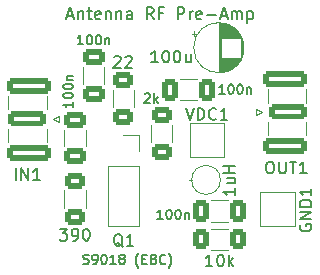
<source format=gbr>
%TF.GenerationSoftware,KiCad,Pcbnew,8.99.0-unknown-f907b58d17~178~ubuntu22.04.1*%
%TF.CreationDate,2024-06-08T22:31:25+05:30*%
%TF.ProjectId,HF-Pre-Amp,48462d50-7265-42d4-916d-702e6b696361,rev?*%
%TF.SameCoordinates,Original*%
%TF.FileFunction,Legend,Top*%
%TF.FilePolarity,Positive*%
%FSLAX46Y46*%
G04 Gerber Fmt 4.6, Leading zero omitted, Abs format (unit mm)*
G04 Created by KiCad (PCBNEW 8.99.0-unknown-f907b58d17~178~ubuntu22.04.1) date 2024-06-08 22:31:25*
%MOMM*%
%LPD*%
G01*
G04 APERTURE LIST*
G04 Aperture macros list*
%AMRoundRect*
0 Rectangle with rounded corners*
0 $1 Rounding radius*
0 $2 $3 $4 $5 $6 $7 $8 $9 X,Y pos of 4 corners*
0 Add a 4 corners polygon primitive as box body*
4,1,4,$2,$3,$4,$5,$6,$7,$8,$9,$2,$3,0*
0 Add four circle primitives for the rounded corners*
1,1,$1+$1,$2,$3*
1,1,$1+$1,$4,$5*
1,1,$1+$1,$6,$7*
1,1,$1+$1,$8,$9*
0 Add four rect primitives between the rounded corners*
20,1,$1+$1,$2,$3,$4,$5,0*
20,1,$1+$1,$4,$5,$6,$7,0*
20,1,$1+$1,$6,$7,$8,$9,0*
20,1,$1+$1,$8,$9,$2,$3,0*%
G04 Aperture macros list end*
%ADD10C,0.150000*%
%ADD11C,0.120000*%
%ADD12RoundRect,0.250000X-0.412500X-0.650000X0.412500X-0.650000X0.412500X0.650000X-0.412500X0.650000X0*%
%ADD13RoundRect,0.250000X-0.400000X-0.625000X0.400000X-0.625000X0.400000X0.625000X-0.400000X0.625000X0*%
%ADD14R,2.500000X2.500000*%
%ADD15R,1.700000X1.700000*%
%ADD16O,1.700000X1.700000*%
%ADD17RoundRect,0.250000X-0.650000X0.412500X-0.650000X-0.412500X0.650000X-0.412500X0.650000X0.412500X0*%
%ADD18RoundRect,0.250000X-0.625000X0.400000X-0.625000X-0.400000X0.625000X-0.400000X0.625000X0.400000X0*%
%ADD19RoundRect,0.250000X1.350000X-0.385000X1.350000X0.385000X-1.350000X0.385000X-1.350000X-0.385000X0*%
%ADD20RoundRect,0.250000X1.600000X-0.425000X1.600000X0.425000X-1.600000X0.425000X-1.600000X-0.425000X0*%
%ADD21RoundRect,0.250000X-1.350000X0.385000X-1.350000X-0.385000X1.350000X-0.385000X1.350000X0.385000X0*%
%ADD22RoundRect,0.250000X-1.600000X0.425000X-1.600000X-0.425000X1.600000X-0.425000X1.600000X0.425000X0*%
%ADD23C,0.700000*%
%ADD24C,4.400000*%
%ADD25R,1.200000X1.200000*%
%ADD26C,1.200000*%
%ADD27C,1.600000*%
%ADD28O,1.600000X1.600000*%
%ADD29RoundRect,0.250000X0.625000X-0.400000X0.625000X0.400000X-0.625000X0.400000X-0.625000X-0.400000X0*%
G04 APERTURE END LIST*
D10*
X92311064Y-115226200D02*
X92425350Y-115264295D01*
X92425350Y-115264295D02*
X92615826Y-115264295D01*
X92615826Y-115264295D02*
X92692017Y-115226200D01*
X92692017Y-115226200D02*
X92730112Y-115188104D01*
X92730112Y-115188104D02*
X92768207Y-115111914D01*
X92768207Y-115111914D02*
X92768207Y-115035723D01*
X92768207Y-115035723D02*
X92730112Y-114959533D01*
X92730112Y-114959533D02*
X92692017Y-114921438D01*
X92692017Y-114921438D02*
X92615826Y-114883342D01*
X92615826Y-114883342D02*
X92463445Y-114845247D01*
X92463445Y-114845247D02*
X92387255Y-114807152D01*
X92387255Y-114807152D02*
X92349160Y-114769057D01*
X92349160Y-114769057D02*
X92311064Y-114692866D01*
X92311064Y-114692866D02*
X92311064Y-114616676D01*
X92311064Y-114616676D02*
X92349160Y-114540485D01*
X92349160Y-114540485D02*
X92387255Y-114502390D01*
X92387255Y-114502390D02*
X92463445Y-114464295D01*
X92463445Y-114464295D02*
X92653922Y-114464295D01*
X92653922Y-114464295D02*
X92768207Y-114502390D01*
X93149160Y-115264295D02*
X93301541Y-115264295D01*
X93301541Y-115264295D02*
X93377731Y-115226200D01*
X93377731Y-115226200D02*
X93415827Y-115188104D01*
X93415827Y-115188104D02*
X93492017Y-115073819D01*
X93492017Y-115073819D02*
X93530112Y-114921438D01*
X93530112Y-114921438D02*
X93530112Y-114616676D01*
X93530112Y-114616676D02*
X93492017Y-114540485D01*
X93492017Y-114540485D02*
X93453922Y-114502390D01*
X93453922Y-114502390D02*
X93377731Y-114464295D01*
X93377731Y-114464295D02*
X93225350Y-114464295D01*
X93225350Y-114464295D02*
X93149160Y-114502390D01*
X93149160Y-114502390D02*
X93111065Y-114540485D01*
X93111065Y-114540485D02*
X93072969Y-114616676D01*
X93072969Y-114616676D02*
X93072969Y-114807152D01*
X93072969Y-114807152D02*
X93111065Y-114883342D01*
X93111065Y-114883342D02*
X93149160Y-114921438D01*
X93149160Y-114921438D02*
X93225350Y-114959533D01*
X93225350Y-114959533D02*
X93377731Y-114959533D01*
X93377731Y-114959533D02*
X93453922Y-114921438D01*
X93453922Y-114921438D02*
X93492017Y-114883342D01*
X93492017Y-114883342D02*
X93530112Y-114807152D01*
X94025351Y-114464295D02*
X94101541Y-114464295D01*
X94101541Y-114464295D02*
X94177732Y-114502390D01*
X94177732Y-114502390D02*
X94215827Y-114540485D01*
X94215827Y-114540485D02*
X94253922Y-114616676D01*
X94253922Y-114616676D02*
X94292017Y-114769057D01*
X94292017Y-114769057D02*
X94292017Y-114959533D01*
X94292017Y-114959533D02*
X94253922Y-115111914D01*
X94253922Y-115111914D02*
X94215827Y-115188104D01*
X94215827Y-115188104D02*
X94177732Y-115226200D01*
X94177732Y-115226200D02*
X94101541Y-115264295D01*
X94101541Y-115264295D02*
X94025351Y-115264295D01*
X94025351Y-115264295D02*
X93949160Y-115226200D01*
X93949160Y-115226200D02*
X93911065Y-115188104D01*
X93911065Y-115188104D02*
X93872970Y-115111914D01*
X93872970Y-115111914D02*
X93834874Y-114959533D01*
X93834874Y-114959533D02*
X93834874Y-114769057D01*
X93834874Y-114769057D02*
X93872970Y-114616676D01*
X93872970Y-114616676D02*
X93911065Y-114540485D01*
X93911065Y-114540485D02*
X93949160Y-114502390D01*
X93949160Y-114502390D02*
X94025351Y-114464295D01*
X95053922Y-115264295D02*
X94596779Y-115264295D01*
X94825351Y-115264295D02*
X94825351Y-114464295D01*
X94825351Y-114464295D02*
X94749160Y-114578580D01*
X94749160Y-114578580D02*
X94672970Y-114654771D01*
X94672970Y-114654771D02*
X94596779Y-114692866D01*
X95511065Y-114807152D02*
X95434875Y-114769057D01*
X95434875Y-114769057D02*
X95396780Y-114730961D01*
X95396780Y-114730961D02*
X95358684Y-114654771D01*
X95358684Y-114654771D02*
X95358684Y-114616676D01*
X95358684Y-114616676D02*
X95396780Y-114540485D01*
X95396780Y-114540485D02*
X95434875Y-114502390D01*
X95434875Y-114502390D02*
X95511065Y-114464295D01*
X95511065Y-114464295D02*
X95663446Y-114464295D01*
X95663446Y-114464295D02*
X95739637Y-114502390D01*
X95739637Y-114502390D02*
X95777732Y-114540485D01*
X95777732Y-114540485D02*
X95815827Y-114616676D01*
X95815827Y-114616676D02*
X95815827Y-114654771D01*
X95815827Y-114654771D02*
X95777732Y-114730961D01*
X95777732Y-114730961D02*
X95739637Y-114769057D01*
X95739637Y-114769057D02*
X95663446Y-114807152D01*
X95663446Y-114807152D02*
X95511065Y-114807152D01*
X95511065Y-114807152D02*
X95434875Y-114845247D01*
X95434875Y-114845247D02*
X95396780Y-114883342D01*
X95396780Y-114883342D02*
X95358684Y-114959533D01*
X95358684Y-114959533D02*
X95358684Y-115111914D01*
X95358684Y-115111914D02*
X95396780Y-115188104D01*
X95396780Y-115188104D02*
X95434875Y-115226200D01*
X95434875Y-115226200D02*
X95511065Y-115264295D01*
X95511065Y-115264295D02*
X95663446Y-115264295D01*
X95663446Y-115264295D02*
X95739637Y-115226200D01*
X95739637Y-115226200D02*
X95777732Y-115188104D01*
X95777732Y-115188104D02*
X95815827Y-115111914D01*
X95815827Y-115111914D02*
X95815827Y-114959533D01*
X95815827Y-114959533D02*
X95777732Y-114883342D01*
X95777732Y-114883342D02*
X95739637Y-114845247D01*
X95739637Y-114845247D02*
X95663446Y-114807152D01*
X96996780Y-115569057D02*
X96958685Y-115530961D01*
X96958685Y-115530961D02*
X96882494Y-115416676D01*
X96882494Y-115416676D02*
X96844399Y-115340485D01*
X96844399Y-115340485D02*
X96806304Y-115226200D01*
X96806304Y-115226200D02*
X96768209Y-115035723D01*
X96768209Y-115035723D02*
X96768209Y-114883342D01*
X96768209Y-114883342D02*
X96806304Y-114692866D01*
X96806304Y-114692866D02*
X96844399Y-114578580D01*
X96844399Y-114578580D02*
X96882494Y-114502390D01*
X96882494Y-114502390D02*
X96958685Y-114388104D01*
X96958685Y-114388104D02*
X96996780Y-114350009D01*
X97301542Y-114845247D02*
X97568208Y-114845247D01*
X97682494Y-115264295D02*
X97301542Y-115264295D01*
X97301542Y-115264295D02*
X97301542Y-114464295D01*
X97301542Y-114464295D02*
X97682494Y-114464295D01*
X98292018Y-114845247D02*
X98406304Y-114883342D01*
X98406304Y-114883342D02*
X98444399Y-114921438D01*
X98444399Y-114921438D02*
X98482495Y-114997628D01*
X98482495Y-114997628D02*
X98482495Y-115111914D01*
X98482495Y-115111914D02*
X98444399Y-115188104D01*
X98444399Y-115188104D02*
X98406304Y-115226200D01*
X98406304Y-115226200D02*
X98330114Y-115264295D01*
X98330114Y-115264295D02*
X98025352Y-115264295D01*
X98025352Y-115264295D02*
X98025352Y-114464295D01*
X98025352Y-114464295D02*
X98292018Y-114464295D01*
X98292018Y-114464295D02*
X98368209Y-114502390D01*
X98368209Y-114502390D02*
X98406304Y-114540485D01*
X98406304Y-114540485D02*
X98444399Y-114616676D01*
X98444399Y-114616676D02*
X98444399Y-114692866D01*
X98444399Y-114692866D02*
X98406304Y-114769057D01*
X98406304Y-114769057D02*
X98368209Y-114807152D01*
X98368209Y-114807152D02*
X98292018Y-114845247D01*
X98292018Y-114845247D02*
X98025352Y-114845247D01*
X99282495Y-115188104D02*
X99244399Y-115226200D01*
X99244399Y-115226200D02*
X99130114Y-115264295D01*
X99130114Y-115264295D02*
X99053923Y-115264295D01*
X99053923Y-115264295D02*
X98939637Y-115226200D01*
X98939637Y-115226200D02*
X98863447Y-115150009D01*
X98863447Y-115150009D02*
X98825352Y-115073819D01*
X98825352Y-115073819D02*
X98787256Y-114921438D01*
X98787256Y-114921438D02*
X98787256Y-114807152D01*
X98787256Y-114807152D02*
X98825352Y-114654771D01*
X98825352Y-114654771D02*
X98863447Y-114578580D01*
X98863447Y-114578580D02*
X98939637Y-114502390D01*
X98939637Y-114502390D02*
X99053923Y-114464295D01*
X99053923Y-114464295D02*
X99130114Y-114464295D01*
X99130114Y-114464295D02*
X99244399Y-114502390D01*
X99244399Y-114502390D02*
X99282495Y-114540485D01*
X99549161Y-115569057D02*
X99587256Y-115530961D01*
X99587256Y-115530961D02*
X99663447Y-115416676D01*
X99663447Y-115416676D02*
X99701542Y-115340485D01*
X99701542Y-115340485D02*
X99739637Y-115226200D01*
X99739637Y-115226200D02*
X99777733Y-115035723D01*
X99777733Y-115035723D02*
X99777733Y-114883342D01*
X99777733Y-114883342D02*
X99739637Y-114692866D01*
X99739637Y-114692866D02*
X99701542Y-114578580D01*
X99701542Y-114578580D02*
X99663447Y-114502390D01*
X99663447Y-114502390D02*
X99587256Y-114388104D01*
X99587256Y-114388104D02*
X99549161Y-114350009D01*
X90989160Y-94254104D02*
X91465350Y-94254104D01*
X90893922Y-94539819D02*
X91227255Y-93539819D01*
X91227255Y-93539819D02*
X91560588Y-94539819D01*
X91893922Y-93873152D02*
X91893922Y-94539819D01*
X91893922Y-93968390D02*
X91941541Y-93920771D01*
X91941541Y-93920771D02*
X92036779Y-93873152D01*
X92036779Y-93873152D02*
X92179636Y-93873152D01*
X92179636Y-93873152D02*
X92274874Y-93920771D01*
X92274874Y-93920771D02*
X92322493Y-94016009D01*
X92322493Y-94016009D02*
X92322493Y-94539819D01*
X92655827Y-93873152D02*
X93036779Y-93873152D01*
X92798684Y-93539819D02*
X92798684Y-94396961D01*
X92798684Y-94396961D02*
X92846303Y-94492200D01*
X92846303Y-94492200D02*
X92941541Y-94539819D01*
X92941541Y-94539819D02*
X93036779Y-94539819D01*
X93751065Y-94492200D02*
X93655827Y-94539819D01*
X93655827Y-94539819D02*
X93465351Y-94539819D01*
X93465351Y-94539819D02*
X93370113Y-94492200D01*
X93370113Y-94492200D02*
X93322494Y-94396961D01*
X93322494Y-94396961D02*
X93322494Y-94016009D01*
X93322494Y-94016009D02*
X93370113Y-93920771D01*
X93370113Y-93920771D02*
X93465351Y-93873152D01*
X93465351Y-93873152D02*
X93655827Y-93873152D01*
X93655827Y-93873152D02*
X93751065Y-93920771D01*
X93751065Y-93920771D02*
X93798684Y-94016009D01*
X93798684Y-94016009D02*
X93798684Y-94111247D01*
X93798684Y-94111247D02*
X93322494Y-94206485D01*
X94227256Y-93873152D02*
X94227256Y-94539819D01*
X94227256Y-93968390D02*
X94274875Y-93920771D01*
X94274875Y-93920771D02*
X94370113Y-93873152D01*
X94370113Y-93873152D02*
X94512970Y-93873152D01*
X94512970Y-93873152D02*
X94608208Y-93920771D01*
X94608208Y-93920771D02*
X94655827Y-94016009D01*
X94655827Y-94016009D02*
X94655827Y-94539819D01*
X95132018Y-93873152D02*
X95132018Y-94539819D01*
X95132018Y-93968390D02*
X95179637Y-93920771D01*
X95179637Y-93920771D02*
X95274875Y-93873152D01*
X95274875Y-93873152D02*
X95417732Y-93873152D01*
X95417732Y-93873152D02*
X95512970Y-93920771D01*
X95512970Y-93920771D02*
X95560589Y-94016009D01*
X95560589Y-94016009D02*
X95560589Y-94539819D01*
X96465351Y-94539819D02*
X96465351Y-94016009D01*
X96465351Y-94016009D02*
X96417732Y-93920771D01*
X96417732Y-93920771D02*
X96322494Y-93873152D01*
X96322494Y-93873152D02*
X96132018Y-93873152D01*
X96132018Y-93873152D02*
X96036780Y-93920771D01*
X96465351Y-94492200D02*
X96370113Y-94539819D01*
X96370113Y-94539819D02*
X96132018Y-94539819D01*
X96132018Y-94539819D02*
X96036780Y-94492200D01*
X96036780Y-94492200D02*
X95989161Y-94396961D01*
X95989161Y-94396961D02*
X95989161Y-94301723D01*
X95989161Y-94301723D02*
X96036780Y-94206485D01*
X96036780Y-94206485D02*
X96132018Y-94158866D01*
X96132018Y-94158866D02*
X96370113Y-94158866D01*
X96370113Y-94158866D02*
X96465351Y-94111247D01*
X98274875Y-94539819D02*
X97941542Y-94063628D01*
X97703447Y-94539819D02*
X97703447Y-93539819D01*
X97703447Y-93539819D02*
X98084399Y-93539819D01*
X98084399Y-93539819D02*
X98179637Y-93587438D01*
X98179637Y-93587438D02*
X98227256Y-93635057D01*
X98227256Y-93635057D02*
X98274875Y-93730295D01*
X98274875Y-93730295D02*
X98274875Y-93873152D01*
X98274875Y-93873152D02*
X98227256Y-93968390D01*
X98227256Y-93968390D02*
X98179637Y-94016009D01*
X98179637Y-94016009D02*
X98084399Y-94063628D01*
X98084399Y-94063628D02*
X97703447Y-94063628D01*
X99036780Y-94016009D02*
X98703447Y-94016009D01*
X98703447Y-94539819D02*
X98703447Y-93539819D01*
X98703447Y-93539819D02*
X99179637Y-93539819D01*
X100322495Y-94539819D02*
X100322495Y-93539819D01*
X100322495Y-93539819D02*
X100703447Y-93539819D01*
X100703447Y-93539819D02*
X100798685Y-93587438D01*
X100798685Y-93587438D02*
X100846304Y-93635057D01*
X100846304Y-93635057D02*
X100893923Y-93730295D01*
X100893923Y-93730295D02*
X100893923Y-93873152D01*
X100893923Y-93873152D02*
X100846304Y-93968390D01*
X100846304Y-93968390D02*
X100798685Y-94016009D01*
X100798685Y-94016009D02*
X100703447Y-94063628D01*
X100703447Y-94063628D02*
X100322495Y-94063628D01*
X101322495Y-94539819D02*
X101322495Y-93873152D01*
X101322495Y-94063628D02*
X101370114Y-93968390D01*
X101370114Y-93968390D02*
X101417733Y-93920771D01*
X101417733Y-93920771D02*
X101512971Y-93873152D01*
X101512971Y-93873152D02*
X101608209Y-93873152D01*
X102322495Y-94492200D02*
X102227257Y-94539819D01*
X102227257Y-94539819D02*
X102036781Y-94539819D01*
X102036781Y-94539819D02*
X101941543Y-94492200D01*
X101941543Y-94492200D02*
X101893924Y-94396961D01*
X101893924Y-94396961D02*
X101893924Y-94016009D01*
X101893924Y-94016009D02*
X101941543Y-93920771D01*
X101941543Y-93920771D02*
X102036781Y-93873152D01*
X102036781Y-93873152D02*
X102227257Y-93873152D01*
X102227257Y-93873152D02*
X102322495Y-93920771D01*
X102322495Y-93920771D02*
X102370114Y-94016009D01*
X102370114Y-94016009D02*
X102370114Y-94111247D01*
X102370114Y-94111247D02*
X101893924Y-94206485D01*
X102798686Y-94158866D02*
X103560591Y-94158866D01*
X103989162Y-94254104D02*
X104465352Y-94254104D01*
X103893924Y-94539819D02*
X104227257Y-93539819D01*
X104227257Y-93539819D02*
X104560590Y-94539819D01*
X104893924Y-94539819D02*
X104893924Y-93873152D01*
X104893924Y-93968390D02*
X104941543Y-93920771D01*
X104941543Y-93920771D02*
X105036781Y-93873152D01*
X105036781Y-93873152D02*
X105179638Y-93873152D01*
X105179638Y-93873152D02*
X105274876Y-93920771D01*
X105274876Y-93920771D02*
X105322495Y-94016009D01*
X105322495Y-94016009D02*
X105322495Y-94539819D01*
X105322495Y-94016009D02*
X105370114Y-93920771D01*
X105370114Y-93920771D02*
X105465352Y-93873152D01*
X105465352Y-93873152D02*
X105608209Y-93873152D01*
X105608209Y-93873152D02*
X105703448Y-93920771D01*
X105703448Y-93920771D02*
X105751067Y-94016009D01*
X105751067Y-94016009D02*
X105751067Y-94539819D01*
X106227257Y-93873152D02*
X106227257Y-94873152D01*
X106227257Y-93920771D02*
X106322495Y-93873152D01*
X106322495Y-93873152D02*
X106512971Y-93873152D01*
X106512971Y-93873152D02*
X106608209Y-93920771D01*
X106608209Y-93920771D02*
X106655828Y-93968390D01*
X106655828Y-93968390D02*
X106703447Y-94063628D01*
X106703447Y-94063628D02*
X106703447Y-94349342D01*
X106703447Y-94349342D02*
X106655828Y-94444580D01*
X106655828Y-94444580D02*
X106608209Y-94492200D01*
X106608209Y-94492200D02*
X106512971Y-94539819D01*
X106512971Y-94539819D02*
X106322495Y-94539819D01*
X106322495Y-94539819D02*
X106227257Y-94492200D01*
X104294761Y-100852295D02*
X103837618Y-100852295D01*
X104066190Y-100852295D02*
X104066190Y-100052295D01*
X104066190Y-100052295D02*
X103989999Y-100166580D01*
X103989999Y-100166580D02*
X103913809Y-100242771D01*
X103913809Y-100242771D02*
X103837618Y-100280866D01*
X104790000Y-100052295D02*
X104866190Y-100052295D01*
X104866190Y-100052295D02*
X104942381Y-100090390D01*
X104942381Y-100090390D02*
X104980476Y-100128485D01*
X104980476Y-100128485D02*
X105018571Y-100204676D01*
X105018571Y-100204676D02*
X105056666Y-100357057D01*
X105056666Y-100357057D02*
X105056666Y-100547533D01*
X105056666Y-100547533D02*
X105018571Y-100699914D01*
X105018571Y-100699914D02*
X104980476Y-100776104D01*
X104980476Y-100776104D02*
X104942381Y-100814200D01*
X104942381Y-100814200D02*
X104866190Y-100852295D01*
X104866190Y-100852295D02*
X104790000Y-100852295D01*
X104790000Y-100852295D02*
X104713809Y-100814200D01*
X104713809Y-100814200D02*
X104675714Y-100776104D01*
X104675714Y-100776104D02*
X104637619Y-100699914D01*
X104637619Y-100699914D02*
X104599523Y-100547533D01*
X104599523Y-100547533D02*
X104599523Y-100357057D01*
X104599523Y-100357057D02*
X104637619Y-100204676D01*
X104637619Y-100204676D02*
X104675714Y-100128485D01*
X104675714Y-100128485D02*
X104713809Y-100090390D01*
X104713809Y-100090390D02*
X104790000Y-100052295D01*
X105551905Y-100052295D02*
X105628095Y-100052295D01*
X105628095Y-100052295D02*
X105704286Y-100090390D01*
X105704286Y-100090390D02*
X105742381Y-100128485D01*
X105742381Y-100128485D02*
X105780476Y-100204676D01*
X105780476Y-100204676D02*
X105818571Y-100357057D01*
X105818571Y-100357057D02*
X105818571Y-100547533D01*
X105818571Y-100547533D02*
X105780476Y-100699914D01*
X105780476Y-100699914D02*
X105742381Y-100776104D01*
X105742381Y-100776104D02*
X105704286Y-100814200D01*
X105704286Y-100814200D02*
X105628095Y-100852295D01*
X105628095Y-100852295D02*
X105551905Y-100852295D01*
X105551905Y-100852295D02*
X105475714Y-100814200D01*
X105475714Y-100814200D02*
X105437619Y-100776104D01*
X105437619Y-100776104D02*
X105399524Y-100699914D01*
X105399524Y-100699914D02*
X105361428Y-100547533D01*
X105361428Y-100547533D02*
X105361428Y-100357057D01*
X105361428Y-100357057D02*
X105399524Y-100204676D01*
X105399524Y-100204676D02*
X105437619Y-100128485D01*
X105437619Y-100128485D02*
X105475714Y-100090390D01*
X105475714Y-100090390D02*
X105551905Y-100052295D01*
X106161429Y-100318961D02*
X106161429Y-100852295D01*
X106161429Y-100395152D02*
X106199524Y-100357057D01*
X106199524Y-100357057D02*
X106275714Y-100318961D01*
X106275714Y-100318961D02*
X106390000Y-100318961D01*
X106390000Y-100318961D02*
X106466191Y-100357057D01*
X106466191Y-100357057D02*
X106504286Y-100433247D01*
X106504286Y-100433247D02*
X106504286Y-100852295D01*
X103264761Y-115464819D02*
X102693333Y-115464819D01*
X102979047Y-115464819D02*
X102979047Y-114464819D01*
X102979047Y-114464819D02*
X102883809Y-114607676D01*
X102883809Y-114607676D02*
X102788571Y-114702914D01*
X102788571Y-114702914D02*
X102693333Y-114750533D01*
X103883809Y-114464819D02*
X103979047Y-114464819D01*
X103979047Y-114464819D02*
X104074285Y-114512438D01*
X104074285Y-114512438D02*
X104121904Y-114560057D01*
X104121904Y-114560057D02*
X104169523Y-114655295D01*
X104169523Y-114655295D02*
X104217142Y-114845771D01*
X104217142Y-114845771D02*
X104217142Y-115083866D01*
X104217142Y-115083866D02*
X104169523Y-115274342D01*
X104169523Y-115274342D02*
X104121904Y-115369580D01*
X104121904Y-115369580D02*
X104074285Y-115417200D01*
X104074285Y-115417200D02*
X103979047Y-115464819D01*
X103979047Y-115464819D02*
X103883809Y-115464819D01*
X103883809Y-115464819D02*
X103788571Y-115417200D01*
X103788571Y-115417200D02*
X103740952Y-115369580D01*
X103740952Y-115369580D02*
X103693333Y-115274342D01*
X103693333Y-115274342D02*
X103645714Y-115083866D01*
X103645714Y-115083866D02*
X103645714Y-114845771D01*
X103645714Y-114845771D02*
X103693333Y-114655295D01*
X103693333Y-114655295D02*
X103740952Y-114560057D01*
X103740952Y-114560057D02*
X103788571Y-114512438D01*
X103788571Y-114512438D02*
X103883809Y-114464819D01*
X104645714Y-115464819D02*
X104645714Y-114464819D01*
X104740952Y-115083866D02*
X105026666Y-115464819D01*
X105026666Y-114798152D02*
X104645714Y-115179104D01*
X101000476Y-102056819D02*
X101333809Y-103056819D01*
X101333809Y-103056819D02*
X101667142Y-102056819D01*
X102000476Y-103056819D02*
X102000476Y-102056819D01*
X102000476Y-102056819D02*
X102238571Y-102056819D01*
X102238571Y-102056819D02*
X102381428Y-102104438D01*
X102381428Y-102104438D02*
X102476666Y-102199676D01*
X102476666Y-102199676D02*
X102524285Y-102294914D01*
X102524285Y-102294914D02*
X102571904Y-102485390D01*
X102571904Y-102485390D02*
X102571904Y-102628247D01*
X102571904Y-102628247D02*
X102524285Y-102818723D01*
X102524285Y-102818723D02*
X102476666Y-102913961D01*
X102476666Y-102913961D02*
X102381428Y-103009200D01*
X102381428Y-103009200D02*
X102238571Y-103056819D01*
X102238571Y-103056819D02*
X102000476Y-103056819D01*
X103571904Y-102961580D02*
X103524285Y-103009200D01*
X103524285Y-103009200D02*
X103381428Y-103056819D01*
X103381428Y-103056819D02*
X103286190Y-103056819D01*
X103286190Y-103056819D02*
X103143333Y-103009200D01*
X103143333Y-103009200D02*
X103048095Y-102913961D01*
X103048095Y-102913961D02*
X103000476Y-102818723D01*
X103000476Y-102818723D02*
X102952857Y-102628247D01*
X102952857Y-102628247D02*
X102952857Y-102485390D01*
X102952857Y-102485390D02*
X103000476Y-102294914D01*
X103000476Y-102294914D02*
X103048095Y-102199676D01*
X103048095Y-102199676D02*
X103143333Y-102104438D01*
X103143333Y-102104438D02*
X103286190Y-102056819D01*
X103286190Y-102056819D02*
X103381428Y-102056819D01*
X103381428Y-102056819D02*
X103524285Y-102104438D01*
X103524285Y-102104438D02*
X103571904Y-102152057D01*
X104524285Y-103056819D02*
X103952857Y-103056819D01*
X104238571Y-103056819D02*
X104238571Y-102056819D01*
X104238571Y-102056819D02*
X104143333Y-102199676D01*
X104143333Y-102199676D02*
X104048095Y-102294914D01*
X104048095Y-102294914D02*
X103952857Y-102342533D01*
X95664761Y-113830057D02*
X95569523Y-113782438D01*
X95569523Y-113782438D02*
X95474285Y-113687200D01*
X95474285Y-113687200D02*
X95331428Y-113544342D01*
X95331428Y-113544342D02*
X95236190Y-113496723D01*
X95236190Y-113496723D02*
X95140952Y-113496723D01*
X95188571Y-113734819D02*
X95093333Y-113687200D01*
X95093333Y-113687200D02*
X94998095Y-113591961D01*
X94998095Y-113591961D02*
X94950476Y-113401485D01*
X94950476Y-113401485D02*
X94950476Y-113068152D01*
X94950476Y-113068152D02*
X94998095Y-112877676D01*
X94998095Y-112877676D02*
X95093333Y-112782438D01*
X95093333Y-112782438D02*
X95188571Y-112734819D01*
X95188571Y-112734819D02*
X95379047Y-112734819D01*
X95379047Y-112734819D02*
X95474285Y-112782438D01*
X95474285Y-112782438D02*
X95569523Y-112877676D01*
X95569523Y-112877676D02*
X95617142Y-113068152D01*
X95617142Y-113068152D02*
X95617142Y-113401485D01*
X95617142Y-113401485D02*
X95569523Y-113591961D01*
X95569523Y-113591961D02*
X95474285Y-113687200D01*
X95474285Y-113687200D02*
X95379047Y-113734819D01*
X95379047Y-113734819D02*
X95188571Y-113734819D01*
X96569523Y-113734819D02*
X95998095Y-113734819D01*
X96283809Y-113734819D02*
X96283809Y-112734819D01*
X96283809Y-112734819D02*
X96188571Y-112877676D01*
X96188571Y-112877676D02*
X96093333Y-112972914D01*
X96093333Y-112972914D02*
X95998095Y-113020533D01*
X91442295Y-101535238D02*
X91442295Y-101992381D01*
X91442295Y-101763809D02*
X90642295Y-101763809D01*
X90642295Y-101763809D02*
X90756580Y-101840000D01*
X90756580Y-101840000D02*
X90832771Y-101916190D01*
X90832771Y-101916190D02*
X90870866Y-101992381D01*
X90642295Y-101039999D02*
X90642295Y-100963809D01*
X90642295Y-100963809D02*
X90680390Y-100887618D01*
X90680390Y-100887618D02*
X90718485Y-100849523D01*
X90718485Y-100849523D02*
X90794676Y-100811428D01*
X90794676Y-100811428D02*
X90947057Y-100773333D01*
X90947057Y-100773333D02*
X91137533Y-100773333D01*
X91137533Y-100773333D02*
X91289914Y-100811428D01*
X91289914Y-100811428D02*
X91366104Y-100849523D01*
X91366104Y-100849523D02*
X91404200Y-100887618D01*
X91404200Y-100887618D02*
X91442295Y-100963809D01*
X91442295Y-100963809D02*
X91442295Y-101039999D01*
X91442295Y-101039999D02*
X91404200Y-101116190D01*
X91404200Y-101116190D02*
X91366104Y-101154285D01*
X91366104Y-101154285D02*
X91289914Y-101192380D01*
X91289914Y-101192380D02*
X91137533Y-101230476D01*
X91137533Y-101230476D02*
X90947057Y-101230476D01*
X90947057Y-101230476D02*
X90794676Y-101192380D01*
X90794676Y-101192380D02*
X90718485Y-101154285D01*
X90718485Y-101154285D02*
X90680390Y-101116190D01*
X90680390Y-101116190D02*
X90642295Y-101039999D01*
X90642295Y-100278094D02*
X90642295Y-100201904D01*
X90642295Y-100201904D02*
X90680390Y-100125713D01*
X90680390Y-100125713D02*
X90718485Y-100087618D01*
X90718485Y-100087618D02*
X90794676Y-100049523D01*
X90794676Y-100049523D02*
X90947057Y-100011428D01*
X90947057Y-100011428D02*
X91137533Y-100011428D01*
X91137533Y-100011428D02*
X91289914Y-100049523D01*
X91289914Y-100049523D02*
X91366104Y-100087618D01*
X91366104Y-100087618D02*
X91404200Y-100125713D01*
X91404200Y-100125713D02*
X91442295Y-100201904D01*
X91442295Y-100201904D02*
X91442295Y-100278094D01*
X91442295Y-100278094D02*
X91404200Y-100354285D01*
X91404200Y-100354285D02*
X91366104Y-100392380D01*
X91366104Y-100392380D02*
X91289914Y-100430475D01*
X91289914Y-100430475D02*
X91137533Y-100468571D01*
X91137533Y-100468571D02*
X90947057Y-100468571D01*
X90947057Y-100468571D02*
X90794676Y-100430475D01*
X90794676Y-100430475D02*
X90718485Y-100392380D01*
X90718485Y-100392380D02*
X90680390Y-100354285D01*
X90680390Y-100354285D02*
X90642295Y-100278094D01*
X90908961Y-99668570D02*
X91442295Y-99668570D01*
X90985152Y-99668570D02*
X90947057Y-99630475D01*
X90947057Y-99630475D02*
X90908961Y-99554285D01*
X90908961Y-99554285D02*
X90908961Y-99439999D01*
X90908961Y-99439999D02*
X90947057Y-99363808D01*
X90947057Y-99363808D02*
X91023247Y-99325713D01*
X91023247Y-99325713D02*
X91442295Y-99325713D01*
X94918095Y-97750057D02*
X94965714Y-97702438D01*
X94965714Y-97702438D02*
X95060952Y-97654819D01*
X95060952Y-97654819D02*
X95299047Y-97654819D01*
X95299047Y-97654819D02*
X95394285Y-97702438D01*
X95394285Y-97702438D02*
X95441904Y-97750057D01*
X95441904Y-97750057D02*
X95489523Y-97845295D01*
X95489523Y-97845295D02*
X95489523Y-97940533D01*
X95489523Y-97940533D02*
X95441904Y-98083390D01*
X95441904Y-98083390D02*
X94870476Y-98654819D01*
X94870476Y-98654819D02*
X95489523Y-98654819D01*
X95870476Y-97750057D02*
X95918095Y-97702438D01*
X95918095Y-97702438D02*
X96013333Y-97654819D01*
X96013333Y-97654819D02*
X96251428Y-97654819D01*
X96251428Y-97654819D02*
X96346666Y-97702438D01*
X96346666Y-97702438D02*
X96394285Y-97750057D01*
X96394285Y-97750057D02*
X96441904Y-97845295D01*
X96441904Y-97845295D02*
X96441904Y-97940533D01*
X96441904Y-97940533D02*
X96394285Y-98083390D01*
X96394285Y-98083390D02*
X95822857Y-98654819D01*
X95822857Y-98654819D02*
X96441904Y-98654819D01*
X108043809Y-106604819D02*
X108234285Y-106604819D01*
X108234285Y-106604819D02*
X108329523Y-106652438D01*
X108329523Y-106652438D02*
X108424761Y-106747676D01*
X108424761Y-106747676D02*
X108472380Y-106938152D01*
X108472380Y-106938152D02*
X108472380Y-107271485D01*
X108472380Y-107271485D02*
X108424761Y-107461961D01*
X108424761Y-107461961D02*
X108329523Y-107557200D01*
X108329523Y-107557200D02*
X108234285Y-107604819D01*
X108234285Y-107604819D02*
X108043809Y-107604819D01*
X108043809Y-107604819D02*
X107948571Y-107557200D01*
X107948571Y-107557200D02*
X107853333Y-107461961D01*
X107853333Y-107461961D02*
X107805714Y-107271485D01*
X107805714Y-107271485D02*
X107805714Y-106938152D01*
X107805714Y-106938152D02*
X107853333Y-106747676D01*
X107853333Y-106747676D02*
X107948571Y-106652438D01*
X107948571Y-106652438D02*
X108043809Y-106604819D01*
X108900952Y-106604819D02*
X108900952Y-107414342D01*
X108900952Y-107414342D02*
X108948571Y-107509580D01*
X108948571Y-107509580D02*
X108996190Y-107557200D01*
X108996190Y-107557200D02*
X109091428Y-107604819D01*
X109091428Y-107604819D02*
X109281904Y-107604819D01*
X109281904Y-107604819D02*
X109377142Y-107557200D01*
X109377142Y-107557200D02*
X109424761Y-107509580D01*
X109424761Y-107509580D02*
X109472380Y-107414342D01*
X109472380Y-107414342D02*
X109472380Y-106604819D01*
X109805714Y-106604819D02*
X110377142Y-106604819D01*
X110091428Y-107604819D02*
X110091428Y-106604819D01*
X111234285Y-107604819D02*
X110662857Y-107604819D01*
X110948571Y-107604819D02*
X110948571Y-106604819D01*
X110948571Y-106604819D02*
X110853333Y-106747676D01*
X110853333Y-106747676D02*
X110758095Y-106842914D01*
X110758095Y-106842914D02*
X110662857Y-106890533D01*
X86610000Y-108174819D02*
X86610000Y-107174819D01*
X87086190Y-108174819D02*
X87086190Y-107174819D01*
X87086190Y-107174819D02*
X87657618Y-108174819D01*
X87657618Y-108174819D02*
X87657618Y-107174819D01*
X88657618Y-108174819D02*
X88086190Y-108174819D01*
X88371904Y-108174819D02*
X88371904Y-107174819D01*
X88371904Y-107174819D02*
X88276666Y-107317676D01*
X88276666Y-107317676D02*
X88181428Y-107412914D01*
X88181428Y-107412914D02*
X88086190Y-107460533D01*
X98650952Y-98194819D02*
X98079524Y-98194819D01*
X98365238Y-98194819D02*
X98365238Y-97194819D01*
X98365238Y-97194819D02*
X98270000Y-97337676D01*
X98270000Y-97337676D02*
X98174762Y-97432914D01*
X98174762Y-97432914D02*
X98079524Y-97480533D01*
X99270000Y-97194819D02*
X99365238Y-97194819D01*
X99365238Y-97194819D02*
X99460476Y-97242438D01*
X99460476Y-97242438D02*
X99508095Y-97290057D01*
X99508095Y-97290057D02*
X99555714Y-97385295D01*
X99555714Y-97385295D02*
X99603333Y-97575771D01*
X99603333Y-97575771D02*
X99603333Y-97813866D01*
X99603333Y-97813866D02*
X99555714Y-98004342D01*
X99555714Y-98004342D02*
X99508095Y-98099580D01*
X99508095Y-98099580D02*
X99460476Y-98147200D01*
X99460476Y-98147200D02*
X99365238Y-98194819D01*
X99365238Y-98194819D02*
X99270000Y-98194819D01*
X99270000Y-98194819D02*
X99174762Y-98147200D01*
X99174762Y-98147200D02*
X99127143Y-98099580D01*
X99127143Y-98099580D02*
X99079524Y-98004342D01*
X99079524Y-98004342D02*
X99031905Y-97813866D01*
X99031905Y-97813866D02*
X99031905Y-97575771D01*
X99031905Y-97575771D02*
X99079524Y-97385295D01*
X99079524Y-97385295D02*
X99127143Y-97290057D01*
X99127143Y-97290057D02*
X99174762Y-97242438D01*
X99174762Y-97242438D02*
X99270000Y-97194819D01*
X100222381Y-97194819D02*
X100317619Y-97194819D01*
X100317619Y-97194819D02*
X100412857Y-97242438D01*
X100412857Y-97242438D02*
X100460476Y-97290057D01*
X100460476Y-97290057D02*
X100508095Y-97385295D01*
X100508095Y-97385295D02*
X100555714Y-97575771D01*
X100555714Y-97575771D02*
X100555714Y-97813866D01*
X100555714Y-97813866D02*
X100508095Y-98004342D01*
X100508095Y-98004342D02*
X100460476Y-98099580D01*
X100460476Y-98099580D02*
X100412857Y-98147200D01*
X100412857Y-98147200D02*
X100317619Y-98194819D01*
X100317619Y-98194819D02*
X100222381Y-98194819D01*
X100222381Y-98194819D02*
X100127143Y-98147200D01*
X100127143Y-98147200D02*
X100079524Y-98099580D01*
X100079524Y-98099580D02*
X100031905Y-98004342D01*
X100031905Y-98004342D02*
X99984286Y-97813866D01*
X99984286Y-97813866D02*
X99984286Y-97575771D01*
X99984286Y-97575771D02*
X100031905Y-97385295D01*
X100031905Y-97385295D02*
X100079524Y-97290057D01*
X100079524Y-97290057D02*
X100127143Y-97242438D01*
X100127143Y-97242438D02*
X100222381Y-97194819D01*
X101412857Y-97528152D02*
X101412857Y-98194819D01*
X100984286Y-97528152D02*
X100984286Y-98051961D01*
X100984286Y-98051961D02*
X101031905Y-98147200D01*
X101031905Y-98147200D02*
X101127143Y-98194819D01*
X101127143Y-98194819D02*
X101270000Y-98194819D01*
X101270000Y-98194819D02*
X101365238Y-98147200D01*
X101365238Y-98147200D02*
X101412857Y-98099580D01*
X110692438Y-111928095D02*
X110644819Y-112023333D01*
X110644819Y-112023333D02*
X110644819Y-112166190D01*
X110644819Y-112166190D02*
X110692438Y-112309047D01*
X110692438Y-112309047D02*
X110787676Y-112404285D01*
X110787676Y-112404285D02*
X110882914Y-112451904D01*
X110882914Y-112451904D02*
X111073390Y-112499523D01*
X111073390Y-112499523D02*
X111216247Y-112499523D01*
X111216247Y-112499523D02*
X111406723Y-112451904D01*
X111406723Y-112451904D02*
X111501961Y-112404285D01*
X111501961Y-112404285D02*
X111597200Y-112309047D01*
X111597200Y-112309047D02*
X111644819Y-112166190D01*
X111644819Y-112166190D02*
X111644819Y-112070952D01*
X111644819Y-112070952D02*
X111597200Y-111928095D01*
X111597200Y-111928095D02*
X111549580Y-111880476D01*
X111549580Y-111880476D02*
X111216247Y-111880476D01*
X111216247Y-111880476D02*
X111216247Y-112070952D01*
X111644819Y-111451904D02*
X110644819Y-111451904D01*
X110644819Y-111451904D02*
X111644819Y-110880476D01*
X111644819Y-110880476D02*
X110644819Y-110880476D01*
X111644819Y-110404285D02*
X110644819Y-110404285D01*
X110644819Y-110404285D02*
X110644819Y-110166190D01*
X110644819Y-110166190D02*
X110692438Y-110023333D01*
X110692438Y-110023333D02*
X110787676Y-109928095D01*
X110787676Y-109928095D02*
X110882914Y-109880476D01*
X110882914Y-109880476D02*
X111073390Y-109832857D01*
X111073390Y-109832857D02*
X111216247Y-109832857D01*
X111216247Y-109832857D02*
X111406723Y-109880476D01*
X111406723Y-109880476D02*
X111501961Y-109928095D01*
X111501961Y-109928095D02*
X111597200Y-110023333D01*
X111597200Y-110023333D02*
X111644819Y-110166190D01*
X111644819Y-110166190D02*
X111644819Y-110404285D01*
X111644819Y-108880476D02*
X111644819Y-109451904D01*
X111644819Y-109166190D02*
X110644819Y-109166190D01*
X110644819Y-109166190D02*
X110787676Y-109261428D01*
X110787676Y-109261428D02*
X110882914Y-109356666D01*
X110882914Y-109356666D02*
X110930533Y-109451904D01*
X99044761Y-111462295D02*
X98587618Y-111462295D01*
X98816190Y-111462295D02*
X98816190Y-110662295D01*
X98816190Y-110662295D02*
X98739999Y-110776580D01*
X98739999Y-110776580D02*
X98663809Y-110852771D01*
X98663809Y-110852771D02*
X98587618Y-110890866D01*
X99540000Y-110662295D02*
X99616190Y-110662295D01*
X99616190Y-110662295D02*
X99692381Y-110700390D01*
X99692381Y-110700390D02*
X99730476Y-110738485D01*
X99730476Y-110738485D02*
X99768571Y-110814676D01*
X99768571Y-110814676D02*
X99806666Y-110967057D01*
X99806666Y-110967057D02*
X99806666Y-111157533D01*
X99806666Y-111157533D02*
X99768571Y-111309914D01*
X99768571Y-111309914D02*
X99730476Y-111386104D01*
X99730476Y-111386104D02*
X99692381Y-111424200D01*
X99692381Y-111424200D02*
X99616190Y-111462295D01*
X99616190Y-111462295D02*
X99540000Y-111462295D01*
X99540000Y-111462295D02*
X99463809Y-111424200D01*
X99463809Y-111424200D02*
X99425714Y-111386104D01*
X99425714Y-111386104D02*
X99387619Y-111309914D01*
X99387619Y-111309914D02*
X99349523Y-111157533D01*
X99349523Y-111157533D02*
X99349523Y-110967057D01*
X99349523Y-110967057D02*
X99387619Y-110814676D01*
X99387619Y-110814676D02*
X99425714Y-110738485D01*
X99425714Y-110738485D02*
X99463809Y-110700390D01*
X99463809Y-110700390D02*
X99540000Y-110662295D01*
X100301905Y-110662295D02*
X100378095Y-110662295D01*
X100378095Y-110662295D02*
X100454286Y-110700390D01*
X100454286Y-110700390D02*
X100492381Y-110738485D01*
X100492381Y-110738485D02*
X100530476Y-110814676D01*
X100530476Y-110814676D02*
X100568571Y-110967057D01*
X100568571Y-110967057D02*
X100568571Y-111157533D01*
X100568571Y-111157533D02*
X100530476Y-111309914D01*
X100530476Y-111309914D02*
X100492381Y-111386104D01*
X100492381Y-111386104D02*
X100454286Y-111424200D01*
X100454286Y-111424200D02*
X100378095Y-111462295D01*
X100378095Y-111462295D02*
X100301905Y-111462295D01*
X100301905Y-111462295D02*
X100225714Y-111424200D01*
X100225714Y-111424200D02*
X100187619Y-111386104D01*
X100187619Y-111386104D02*
X100149524Y-111309914D01*
X100149524Y-111309914D02*
X100111428Y-111157533D01*
X100111428Y-111157533D02*
X100111428Y-110967057D01*
X100111428Y-110967057D02*
X100149524Y-110814676D01*
X100149524Y-110814676D02*
X100187619Y-110738485D01*
X100187619Y-110738485D02*
X100225714Y-110700390D01*
X100225714Y-110700390D02*
X100301905Y-110662295D01*
X100911429Y-110928961D02*
X100911429Y-111462295D01*
X100911429Y-111005152D02*
X100949524Y-110967057D01*
X100949524Y-110967057D02*
X101025714Y-110928961D01*
X101025714Y-110928961D02*
X101140000Y-110928961D01*
X101140000Y-110928961D02*
X101216191Y-110967057D01*
X101216191Y-110967057D02*
X101254286Y-111043247D01*
X101254286Y-111043247D02*
X101254286Y-111462295D01*
X92304761Y-96672295D02*
X91847618Y-96672295D01*
X92076190Y-96672295D02*
X92076190Y-95872295D01*
X92076190Y-95872295D02*
X91999999Y-95986580D01*
X91999999Y-95986580D02*
X91923809Y-96062771D01*
X91923809Y-96062771D02*
X91847618Y-96100866D01*
X92800000Y-95872295D02*
X92876190Y-95872295D01*
X92876190Y-95872295D02*
X92952381Y-95910390D01*
X92952381Y-95910390D02*
X92990476Y-95948485D01*
X92990476Y-95948485D02*
X93028571Y-96024676D01*
X93028571Y-96024676D02*
X93066666Y-96177057D01*
X93066666Y-96177057D02*
X93066666Y-96367533D01*
X93066666Y-96367533D02*
X93028571Y-96519914D01*
X93028571Y-96519914D02*
X92990476Y-96596104D01*
X92990476Y-96596104D02*
X92952381Y-96634200D01*
X92952381Y-96634200D02*
X92876190Y-96672295D01*
X92876190Y-96672295D02*
X92800000Y-96672295D01*
X92800000Y-96672295D02*
X92723809Y-96634200D01*
X92723809Y-96634200D02*
X92685714Y-96596104D01*
X92685714Y-96596104D02*
X92647619Y-96519914D01*
X92647619Y-96519914D02*
X92609523Y-96367533D01*
X92609523Y-96367533D02*
X92609523Y-96177057D01*
X92609523Y-96177057D02*
X92647619Y-96024676D01*
X92647619Y-96024676D02*
X92685714Y-95948485D01*
X92685714Y-95948485D02*
X92723809Y-95910390D01*
X92723809Y-95910390D02*
X92800000Y-95872295D01*
X93561905Y-95872295D02*
X93638095Y-95872295D01*
X93638095Y-95872295D02*
X93714286Y-95910390D01*
X93714286Y-95910390D02*
X93752381Y-95948485D01*
X93752381Y-95948485D02*
X93790476Y-96024676D01*
X93790476Y-96024676D02*
X93828571Y-96177057D01*
X93828571Y-96177057D02*
X93828571Y-96367533D01*
X93828571Y-96367533D02*
X93790476Y-96519914D01*
X93790476Y-96519914D02*
X93752381Y-96596104D01*
X93752381Y-96596104D02*
X93714286Y-96634200D01*
X93714286Y-96634200D02*
X93638095Y-96672295D01*
X93638095Y-96672295D02*
X93561905Y-96672295D01*
X93561905Y-96672295D02*
X93485714Y-96634200D01*
X93485714Y-96634200D02*
X93447619Y-96596104D01*
X93447619Y-96596104D02*
X93409524Y-96519914D01*
X93409524Y-96519914D02*
X93371428Y-96367533D01*
X93371428Y-96367533D02*
X93371428Y-96177057D01*
X93371428Y-96177057D02*
X93409524Y-96024676D01*
X93409524Y-96024676D02*
X93447619Y-95948485D01*
X93447619Y-95948485D02*
X93485714Y-95910390D01*
X93485714Y-95910390D02*
X93561905Y-95872295D01*
X94171429Y-96138961D02*
X94171429Y-96672295D01*
X94171429Y-96215152D02*
X94209524Y-96177057D01*
X94209524Y-96177057D02*
X94285714Y-96138961D01*
X94285714Y-96138961D02*
X94400000Y-96138961D01*
X94400000Y-96138961D02*
X94476191Y-96177057D01*
X94476191Y-96177057D02*
X94514286Y-96253247D01*
X94514286Y-96253247D02*
X94514286Y-96672295D01*
X105184819Y-108860476D02*
X105184819Y-109431904D01*
X105184819Y-109146190D02*
X104184819Y-109146190D01*
X104184819Y-109146190D02*
X104327676Y-109241428D01*
X104327676Y-109241428D02*
X104422914Y-109336666D01*
X104422914Y-109336666D02*
X104470533Y-109431904D01*
X104518152Y-108003333D02*
X105184819Y-108003333D01*
X104518152Y-108431904D02*
X105041961Y-108431904D01*
X105041961Y-108431904D02*
X105137200Y-108384285D01*
X105137200Y-108384285D02*
X105184819Y-108289047D01*
X105184819Y-108289047D02*
X105184819Y-108146190D01*
X105184819Y-108146190D02*
X105137200Y-108050952D01*
X105137200Y-108050952D02*
X105089580Y-108003333D01*
X105184819Y-107527142D02*
X104184819Y-107527142D01*
X104661009Y-107527142D02*
X104661009Y-106955714D01*
X105184819Y-106955714D02*
X104184819Y-106955714D01*
X97527618Y-100898485D02*
X97565714Y-100860390D01*
X97565714Y-100860390D02*
X97641904Y-100822295D01*
X97641904Y-100822295D02*
X97832380Y-100822295D01*
X97832380Y-100822295D02*
X97908571Y-100860390D01*
X97908571Y-100860390D02*
X97946666Y-100898485D01*
X97946666Y-100898485D02*
X97984761Y-100974676D01*
X97984761Y-100974676D02*
X97984761Y-101050866D01*
X97984761Y-101050866D02*
X97946666Y-101165152D01*
X97946666Y-101165152D02*
X97489523Y-101622295D01*
X97489523Y-101622295D02*
X97984761Y-101622295D01*
X98327619Y-101622295D02*
X98327619Y-100822295D01*
X98403809Y-101317533D02*
X98632381Y-101622295D01*
X98632381Y-101088961D02*
X98327619Y-101393723D01*
X90334286Y-112284819D02*
X90953333Y-112284819D01*
X90953333Y-112284819D02*
X90620000Y-112665771D01*
X90620000Y-112665771D02*
X90762857Y-112665771D01*
X90762857Y-112665771D02*
X90858095Y-112713390D01*
X90858095Y-112713390D02*
X90905714Y-112761009D01*
X90905714Y-112761009D02*
X90953333Y-112856247D01*
X90953333Y-112856247D02*
X90953333Y-113094342D01*
X90953333Y-113094342D02*
X90905714Y-113189580D01*
X90905714Y-113189580D02*
X90858095Y-113237200D01*
X90858095Y-113237200D02*
X90762857Y-113284819D01*
X90762857Y-113284819D02*
X90477143Y-113284819D01*
X90477143Y-113284819D02*
X90381905Y-113237200D01*
X90381905Y-113237200D02*
X90334286Y-113189580D01*
X91429524Y-113284819D02*
X91620000Y-113284819D01*
X91620000Y-113284819D02*
X91715238Y-113237200D01*
X91715238Y-113237200D02*
X91762857Y-113189580D01*
X91762857Y-113189580D02*
X91858095Y-113046723D01*
X91858095Y-113046723D02*
X91905714Y-112856247D01*
X91905714Y-112856247D02*
X91905714Y-112475295D01*
X91905714Y-112475295D02*
X91858095Y-112380057D01*
X91858095Y-112380057D02*
X91810476Y-112332438D01*
X91810476Y-112332438D02*
X91715238Y-112284819D01*
X91715238Y-112284819D02*
X91524762Y-112284819D01*
X91524762Y-112284819D02*
X91429524Y-112332438D01*
X91429524Y-112332438D02*
X91381905Y-112380057D01*
X91381905Y-112380057D02*
X91334286Y-112475295D01*
X91334286Y-112475295D02*
X91334286Y-112713390D01*
X91334286Y-112713390D02*
X91381905Y-112808628D01*
X91381905Y-112808628D02*
X91429524Y-112856247D01*
X91429524Y-112856247D02*
X91524762Y-112903866D01*
X91524762Y-112903866D02*
X91715238Y-112903866D01*
X91715238Y-112903866D02*
X91810476Y-112856247D01*
X91810476Y-112856247D02*
X91858095Y-112808628D01*
X91858095Y-112808628D02*
X91905714Y-112713390D01*
X92524762Y-112284819D02*
X92620000Y-112284819D01*
X92620000Y-112284819D02*
X92715238Y-112332438D01*
X92715238Y-112332438D02*
X92762857Y-112380057D01*
X92762857Y-112380057D02*
X92810476Y-112475295D01*
X92810476Y-112475295D02*
X92858095Y-112665771D01*
X92858095Y-112665771D02*
X92858095Y-112903866D01*
X92858095Y-112903866D02*
X92810476Y-113094342D01*
X92810476Y-113094342D02*
X92762857Y-113189580D01*
X92762857Y-113189580D02*
X92715238Y-113237200D01*
X92715238Y-113237200D02*
X92620000Y-113284819D01*
X92620000Y-113284819D02*
X92524762Y-113284819D01*
X92524762Y-113284819D02*
X92429524Y-113237200D01*
X92429524Y-113237200D02*
X92381905Y-113189580D01*
X92381905Y-113189580D02*
X92334286Y-113094342D01*
X92334286Y-113094342D02*
X92286667Y-112903866D01*
X92286667Y-112903866D02*
X92286667Y-112665771D01*
X92286667Y-112665771D02*
X92334286Y-112475295D01*
X92334286Y-112475295D02*
X92381905Y-112380057D01*
X92381905Y-112380057D02*
X92429524Y-112332438D01*
X92429524Y-112332438D02*
X92524762Y-112284819D01*
D11*
%TO.C,C2*%
X100528748Y-99590000D02*
X101951252Y-99590000D01*
X100528748Y-101410000D02*
X101951252Y-101410000D01*
%TO.C,R2*%
X103132936Y-112280000D02*
X104587064Y-112280000D01*
X103132936Y-114100000D02*
X104587064Y-114100000D01*
%TO.C,VDC1*%
X101360000Y-103300000D02*
X104260000Y-103300000D01*
X101360000Y-106200000D02*
X101360000Y-103300000D01*
X104260000Y-103300000D02*
X104260000Y-106200000D01*
X104260000Y-106200000D02*
X101360000Y-106200000D01*
%TO.C,Q1*%
X94400000Y-106950000D02*
X94400000Y-112090000D01*
X94400000Y-106950000D02*
X97060000Y-106950000D01*
X94400000Y-112090000D02*
X97060000Y-112090000D01*
X95730000Y-104350000D02*
X97060000Y-104350000D01*
X97060000Y-104350000D02*
X97060000Y-105680000D01*
X97060000Y-106950000D02*
X97060000Y-112090000D01*
%TO.C,C1*%
X90720000Y-103891248D02*
X90720000Y-105313752D01*
X92540000Y-103891248D02*
X92540000Y-105313752D01*
%TO.C,R5*%
X94820000Y-100502936D02*
X94820000Y-101957064D01*
X96640000Y-100502936D02*
X96640000Y-101957064D01*
%TO.C,OUT1*%
X106920000Y-102185000D02*
X106920000Y-102685000D01*
X106920000Y-102685000D02*
X107420000Y-102435000D01*
X107420000Y-102435000D02*
X106920000Y-102185000D01*
X107970000Y-101595000D02*
X107970000Y-100485000D01*
X107970000Y-104385000D02*
X107970000Y-103275000D01*
X111220000Y-101595000D02*
X111220000Y-100485000D01*
X111220000Y-104385000D02*
X111220000Y-103275000D01*
%TO.C,IN1*%
X85980000Y-101070000D02*
X85980000Y-102180000D01*
X85980000Y-103860000D02*
X85980000Y-104970000D01*
X89230000Y-101070000D02*
X89230000Y-102180000D01*
X89230000Y-103860000D02*
X89230000Y-104970000D01*
X89780000Y-103020000D02*
X90280000Y-103270000D01*
X90280000Y-102770000D02*
X89780000Y-103020000D01*
X90280000Y-103270000D02*
X90280000Y-102770000D01*
%TO.C,C3*%
X101530199Y-95755000D02*
X101930199Y-95755000D01*
X101730199Y-95555000D02*
X101730199Y-95955000D01*
X103800000Y-94870000D02*
X103800000Y-99030000D01*
X103840000Y-94870000D02*
X103840000Y-99030000D01*
X103880000Y-94871000D02*
X103880000Y-99029000D01*
X103920000Y-94873000D02*
X103920000Y-99027000D01*
X103960000Y-94876000D02*
X103960000Y-99024000D01*
X104000000Y-94879000D02*
X104000000Y-96110000D01*
X104000000Y-97790000D02*
X104000000Y-99021000D01*
X104040000Y-94883000D02*
X104040000Y-96110000D01*
X104040000Y-97790000D02*
X104040000Y-99017000D01*
X104080000Y-94888000D02*
X104080000Y-96110000D01*
X104080000Y-97790000D02*
X104080000Y-99012000D01*
X104120000Y-94894000D02*
X104120000Y-96110000D01*
X104120000Y-97790000D02*
X104120000Y-99006000D01*
X104160000Y-94900000D02*
X104160000Y-96110000D01*
X104160000Y-97790000D02*
X104160000Y-99000000D01*
X104200000Y-94908000D02*
X104200000Y-96110000D01*
X104200000Y-97790000D02*
X104200000Y-98992000D01*
X104240000Y-94916000D02*
X104240000Y-96110000D01*
X104240000Y-97790000D02*
X104240000Y-98984000D01*
X104280000Y-94925000D02*
X104280000Y-96110000D01*
X104280000Y-97790000D02*
X104280000Y-98975000D01*
X104320000Y-94934000D02*
X104320000Y-96110000D01*
X104320000Y-97790000D02*
X104320000Y-98966000D01*
X104360000Y-94945000D02*
X104360000Y-96110000D01*
X104360000Y-97790000D02*
X104360000Y-98955000D01*
X104400000Y-94956000D02*
X104400000Y-96110000D01*
X104400000Y-97790000D02*
X104400000Y-98944000D01*
X104440000Y-94968000D02*
X104440000Y-96110000D01*
X104440000Y-97790000D02*
X104440000Y-98932000D01*
X104480000Y-94982000D02*
X104480000Y-96110000D01*
X104480000Y-97790000D02*
X104480000Y-98918000D01*
X104521000Y-94996000D02*
X104521000Y-96110000D01*
X104521000Y-97790000D02*
X104521000Y-98904000D01*
X104561000Y-95010000D02*
X104561000Y-96110000D01*
X104561000Y-97790000D02*
X104561000Y-98890000D01*
X104601000Y-95026000D02*
X104601000Y-96110000D01*
X104601000Y-97790000D02*
X104601000Y-98874000D01*
X104641000Y-95043000D02*
X104641000Y-96110000D01*
X104641000Y-97790000D02*
X104641000Y-98857000D01*
X104681000Y-95061000D02*
X104681000Y-96110000D01*
X104681000Y-97790000D02*
X104681000Y-98839000D01*
X104721000Y-95080000D02*
X104721000Y-96110000D01*
X104721000Y-97790000D02*
X104721000Y-98820000D01*
X104761000Y-95099000D02*
X104761000Y-96110000D01*
X104761000Y-97790000D02*
X104761000Y-98801000D01*
X104801000Y-95120000D02*
X104801000Y-96110000D01*
X104801000Y-97790000D02*
X104801000Y-98780000D01*
X104841000Y-95142000D02*
X104841000Y-96110000D01*
X104841000Y-97790000D02*
X104841000Y-98758000D01*
X104881000Y-95165000D02*
X104881000Y-96110000D01*
X104881000Y-97790000D02*
X104881000Y-98735000D01*
X104921000Y-95190000D02*
X104921000Y-96110000D01*
X104921000Y-97790000D02*
X104921000Y-98710000D01*
X104961000Y-95215000D02*
X104961000Y-96110000D01*
X104961000Y-97790000D02*
X104961000Y-98685000D01*
X105001000Y-95242000D02*
X105001000Y-96110000D01*
X105001000Y-97790000D02*
X105001000Y-98658000D01*
X105041000Y-95270000D02*
X105041000Y-96110000D01*
X105041000Y-97790000D02*
X105041000Y-98630000D01*
X105081000Y-95300000D02*
X105081000Y-96110000D01*
X105081000Y-97790000D02*
X105081000Y-98600000D01*
X105121000Y-95331000D02*
X105121000Y-96110000D01*
X105121000Y-97790000D02*
X105121000Y-98569000D01*
X105161000Y-95363000D02*
X105161000Y-96110000D01*
X105161000Y-97790000D02*
X105161000Y-98537000D01*
X105201000Y-95398000D02*
X105201000Y-96110000D01*
X105201000Y-97790000D02*
X105201000Y-98502000D01*
X105241000Y-95434000D02*
X105241000Y-96110000D01*
X105241000Y-97790000D02*
X105241000Y-98466000D01*
X105281000Y-95472000D02*
X105281000Y-96110000D01*
X105281000Y-97790000D02*
X105281000Y-98428000D01*
X105321000Y-95512000D02*
X105321000Y-96110000D01*
X105321000Y-97790000D02*
X105321000Y-98388000D01*
X105361000Y-95554000D02*
X105361000Y-96110000D01*
X105361000Y-97790000D02*
X105361000Y-98346000D01*
X105401000Y-95599000D02*
X105401000Y-96110000D01*
X105401000Y-97790000D02*
X105401000Y-98301000D01*
X105441000Y-95646000D02*
X105441000Y-96110000D01*
X105441000Y-97790000D02*
X105441000Y-98254000D01*
X105481000Y-95696000D02*
X105481000Y-96110000D01*
X105481000Y-97790000D02*
X105481000Y-98204000D01*
X105521000Y-95750000D02*
X105521000Y-96110000D01*
X105521000Y-97790000D02*
X105521000Y-98150000D01*
X105561000Y-95808000D02*
X105561000Y-96110000D01*
X105561000Y-97790000D02*
X105561000Y-98092000D01*
X105601000Y-95870000D02*
X105601000Y-96110000D01*
X105601000Y-97790000D02*
X105601000Y-98030000D01*
X105641000Y-95937000D02*
X105641000Y-97963000D01*
X105681000Y-96010000D02*
X105681000Y-97890000D01*
X105721000Y-96091000D02*
X105721000Y-97809000D01*
X105761000Y-96182000D02*
X105761000Y-97718000D01*
X105801000Y-96286000D02*
X105801000Y-97614000D01*
X105841000Y-96413000D02*
X105841000Y-97487000D01*
X105881000Y-96580000D02*
X105881000Y-97320000D01*
X105920000Y-96950000D02*
G75*
G02*
X101680000Y-96950000I-2120000J0D01*
G01*
X101680000Y-96950000D02*
G75*
G02*
X105920000Y-96950000I2120000J0D01*
G01*
%TO.C,GND1*%
X107310000Y-109190000D02*
X110210000Y-109190000D01*
X107310000Y-112090000D02*
X107310000Y-109190000D01*
X110210000Y-109190000D02*
X110210000Y-112090000D01*
X110210000Y-112090000D02*
X107310000Y-112090000D01*
%TO.C,C5*%
X103168748Y-109850000D02*
X104591252Y-109850000D01*
X103168748Y-111670000D02*
X104591252Y-111670000D01*
%TO.C,C4*%
X92300000Y-98581248D02*
X92300000Y-100003752D01*
X94120000Y-98581248D02*
X94120000Y-100003752D01*
%TO.C,L1*%
X101500000Y-108150000D02*
X101280000Y-108150000D01*
X103940000Y-108150000D02*
G75*
G02*
X101500000Y-108150000I-1220000J0D01*
G01*
X101500000Y-108150000D02*
G75*
G02*
X103940000Y-108150000I1220000J0D01*
G01*
%TO.C,R3*%
X98050000Y-103502936D02*
X98050000Y-104957064D01*
X99870000Y-103502936D02*
X99870000Y-104957064D01*
%TO.C,R4*%
X90730000Y-110497064D02*
X90730000Y-109042936D01*
X92550000Y-110497064D02*
X92550000Y-109042936D01*
%TD*%
%LPC*%
D12*
%TO.C,C2*%
X99677500Y-100500000D03*
X102802500Y-100500000D03*
%TD*%
D13*
%TO.C,R2*%
X102310000Y-113190000D03*
X105410000Y-113190000D03*
%TD*%
D14*
%TO.C,VDC1*%
X102810000Y-104750000D03*
%TD*%
D15*
%TO.C,Q1*%
X95730000Y-105680000D03*
D16*
X95730000Y-108220000D03*
X95730000Y-110760000D03*
%TD*%
D17*
%TO.C,C1*%
X91630000Y-103040000D03*
X91630000Y-106165000D03*
%TD*%
D18*
%TO.C,R5*%
X95730000Y-99680000D03*
X95730000Y-102780000D03*
%TD*%
D19*
%TO.C,OUT1*%
X109680000Y-102435000D03*
D20*
X109430000Y-99610000D03*
X109430000Y-105260000D03*
%TD*%
D21*
%TO.C,IN1*%
X87520000Y-103020000D03*
D22*
X87770000Y-105845000D03*
X87770000Y-100195000D03*
%TD*%
D23*
%TO.C,H1*%
X86200000Y-95630000D03*
X86683274Y-94463274D03*
X86683274Y-96796726D03*
X87850000Y-93980000D03*
D24*
X87850000Y-95630000D03*
D23*
X87850000Y-97280000D03*
X89016726Y-94463274D03*
X89016726Y-96796726D03*
X89500000Y-95630000D03*
%TD*%
D25*
%TO.C,C3*%
X102800000Y-96950000D03*
D26*
X104800000Y-96950000D03*
%TD*%
D14*
%TO.C,GND1*%
X108760000Y-110640000D03*
%TD*%
D23*
%TO.C,H2*%
X107870000Y-95700000D03*
X108353274Y-94533274D03*
X108353274Y-96866726D03*
X109520000Y-94050000D03*
D24*
X109520000Y-95700000D03*
D23*
X109520000Y-97350000D03*
X110686726Y-94533274D03*
X110686726Y-96866726D03*
X111170000Y-95700000D03*
%TD*%
D12*
%TO.C,C5*%
X102317500Y-110760000D03*
X105442500Y-110760000D03*
%TD*%
D17*
%TO.C,C4*%
X93210000Y-97730000D03*
X93210000Y-100855000D03*
%TD*%
D23*
%TO.C,H3*%
X86230000Y-115430000D03*
X86713274Y-114263274D03*
X86713274Y-116596726D03*
X87880000Y-113780000D03*
D24*
X87880000Y-115430000D03*
D23*
X87880000Y-117080000D03*
X89046726Y-114263274D03*
X89046726Y-116596726D03*
X89530000Y-115430000D03*
%TD*%
D27*
%TO.C,L1*%
X102720000Y-108150000D03*
D28*
X100180000Y-108150000D03*
%TD*%
D18*
%TO.C,R3*%
X98960000Y-102680000D03*
X98960000Y-105780000D03*
%TD*%
D29*
%TO.C,R4*%
X91640000Y-111320000D03*
X91640000Y-108220000D03*
%TD*%
D23*
%TO.C,H4*%
X107810000Y-115440000D03*
X108293274Y-114273274D03*
X108293274Y-116606726D03*
X109460000Y-113790000D03*
D24*
X109460000Y-115440000D03*
D23*
X109460000Y-117090000D03*
X110626726Y-114273274D03*
X110626726Y-116606726D03*
X111110000Y-115440000D03*
%TD*%
%LPD*%
M02*

</source>
